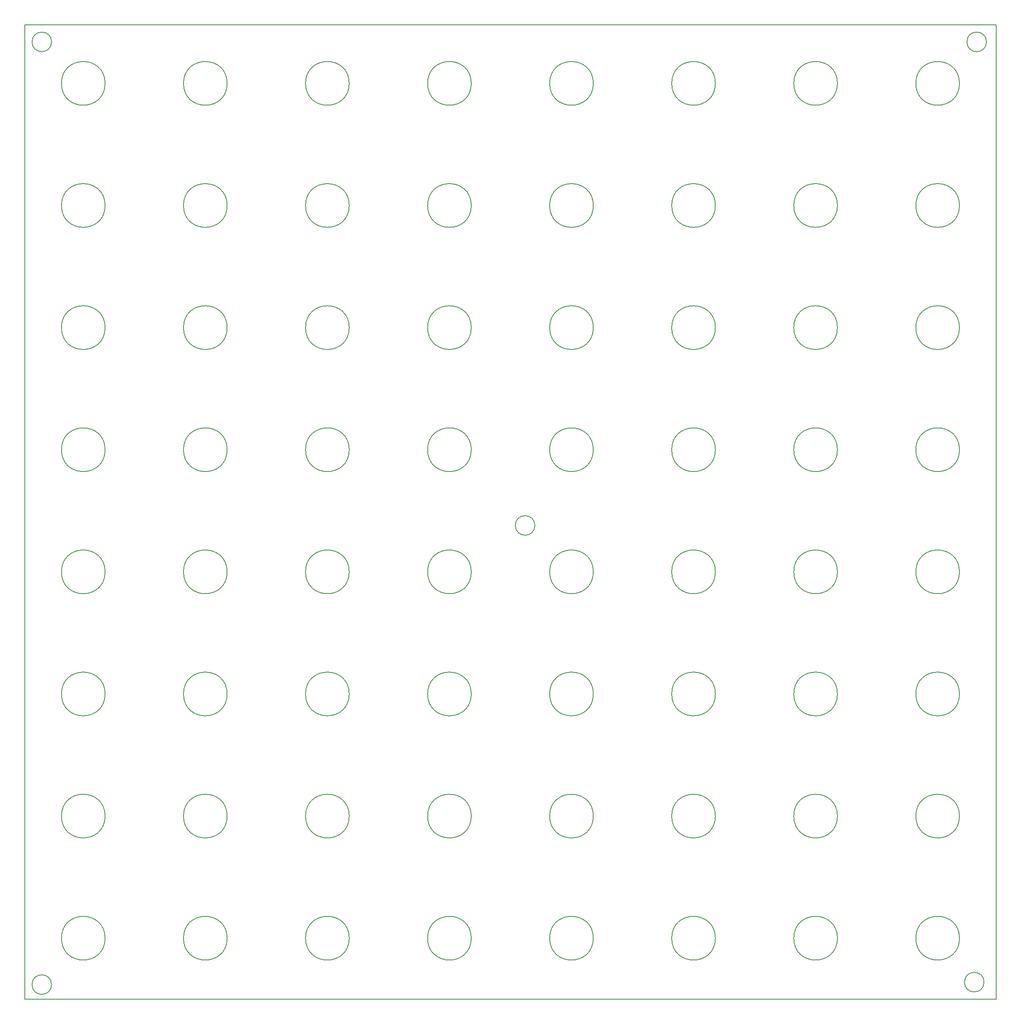
<source format=gbr>
G04 #@! TF.GenerationSoftware,KiCad,Pcbnew,5.0.2-bee76a0~70~ubuntu14.04.1*
G04 #@! TF.CreationDate,2020-01-26T01:40:04+01:00*
G04 #@! TF.ProjectId,wordclock_pcb,776f7264-636c-46f6-936b-5f7063622e6b,rev?*
G04 #@! TF.SameCoordinates,Original*
G04 #@! TF.FileFunction,Profile,NP*
%FSLAX46Y46*%
G04 Gerber Fmt 4.6, Leading zero omitted, Abs format (unit mm)*
G04 Created by KiCad (PCBNEW 5.0.2-bee76a0~70~ubuntu14.04.1) date Sun 26 Jan 2020 01:40:04 AM CET*
%MOMM*%
%LPD*%
G01*
G04 APERTURE LIST*
%ADD10C,0.150000*%
%ADD11C,0.200000*%
G04 APERTURE END LIST*
D10*
X122500000Y-120500000D02*
G75*
G03X122500000Y-120500000I-2000000J0D01*
G01*
X215000000Y-21500000D02*
G75*
G03X215000000Y-21500000I-2000000J0D01*
G01*
X23500000Y-21500000D02*
G75*
G03X23500000Y-21500000I-2000000J0D01*
G01*
X23500000Y-214500000D02*
G75*
G03X23500000Y-214500000I-2000000J0D01*
G01*
D11*
X214500000Y-214000000D02*
G75*
G03X214500000Y-214000000I-2000000J0D01*
G01*
D10*
X18000000Y-217500000D02*
X18000000Y-18000000D01*
X217000000Y-217500000D02*
X18000000Y-217500000D01*
X217000000Y-18000000D02*
X217000000Y-217500000D01*
X18000000Y-18000000D02*
X217000000Y-18000000D01*
X209472136Y-80000000D02*
G75*
G03X209472136Y-80000000I-4472136J0D01*
G01*
X209472136Y-105000000D02*
G75*
G03X209472136Y-105000000I-4472136J0D01*
G01*
X34472136Y-130000000D02*
G75*
G03X34472136Y-130000000I-4472136J0D01*
G01*
X59472136Y-130000000D02*
G75*
G03X59472136Y-130000000I-4472136J0D01*
G01*
X84472136Y-130000000D02*
G75*
G03X84472136Y-130000000I-4472136J0D01*
G01*
X109472136Y-130000000D02*
G75*
G03X109472136Y-130000000I-4472136J0D01*
G01*
X134472136Y-130000000D02*
G75*
G03X134472136Y-130000000I-4472136J0D01*
G01*
X134472136Y-105000000D02*
G75*
G03X134472136Y-105000000I-4472136J0D01*
G01*
X109472136Y-105000000D02*
G75*
G03X109472136Y-105000000I-4472136J0D01*
G01*
X84472136Y-105000000D02*
G75*
G03X84472136Y-105000000I-4472136J0D01*
G01*
X59472136Y-105000000D02*
G75*
G03X59472136Y-105000000I-4472136J0D01*
G01*
X34472136Y-105000000D02*
G75*
G03X34472136Y-105000000I-4472136J0D01*
G01*
X34472136Y-80000000D02*
G75*
G03X34472136Y-80000000I-4472136J0D01*
G01*
X34472136Y-55000000D02*
G75*
G03X34472136Y-55000000I-4472136J0D01*
G01*
X34472136Y-205000000D02*
G75*
G03X34472136Y-205000000I-4472136J0D01*
G01*
X59472136Y-205000000D02*
G75*
G03X59472136Y-205000000I-4472136J0D01*
G01*
X84472136Y-205000000D02*
G75*
G03X84472136Y-205000000I-4472136J0D01*
G01*
X109472136Y-205000000D02*
G75*
G03X109472136Y-205000000I-4472136J0D01*
G01*
X134472136Y-205000000D02*
G75*
G03X134472136Y-205000000I-4472136J0D01*
G01*
X159472136Y-205000000D02*
G75*
G03X159472136Y-205000000I-4472136J0D01*
G01*
X184472136Y-205000000D02*
G75*
G03X184472136Y-205000000I-4472136J0D01*
G01*
X209472136Y-205000000D02*
G75*
G03X209472136Y-205000000I-4472136J0D01*
G01*
X209472136Y-180000000D02*
G75*
G03X209472136Y-180000000I-4472136J0D01*
G01*
X184472136Y-180000000D02*
G75*
G03X184472136Y-180000000I-4472136J0D01*
G01*
X159472136Y-180000000D02*
G75*
G03X159472136Y-180000000I-4472136J0D01*
G01*
X134472136Y-180000000D02*
G75*
G03X134472136Y-180000000I-4472136J0D01*
G01*
X109472136Y-180000000D02*
G75*
G03X109472136Y-180000000I-4472136J0D01*
G01*
X84472136Y-180000000D02*
G75*
G03X84472136Y-180000000I-4472136J0D01*
G01*
X59472136Y-180000000D02*
G75*
G03X59472136Y-180000000I-4472136J0D01*
G01*
X34472136Y-180000000D02*
G75*
G03X34472136Y-180000000I-4472136J0D01*
G01*
X34472136Y-155000000D02*
G75*
G03X34472136Y-155000000I-4472136J0D01*
G01*
X59472136Y-155000000D02*
G75*
G03X59472136Y-155000000I-4472136J0D01*
G01*
X84472136Y-155000000D02*
G75*
G03X84472136Y-155000000I-4472136J0D01*
G01*
X109472136Y-155000000D02*
G75*
G03X109472136Y-155000000I-4472136J0D01*
G01*
X134472136Y-155000000D02*
G75*
G03X134472136Y-155000000I-4472136J0D01*
G01*
X159472136Y-155000000D02*
G75*
G03X159472136Y-155000000I-4472136J0D01*
G01*
X184472136Y-155000000D02*
G75*
G03X184472136Y-155000000I-4472136J0D01*
G01*
X209472136Y-155000000D02*
G75*
G03X209472136Y-155000000I-4472136J0D01*
G01*
X209472136Y-130000000D02*
G75*
G03X209472136Y-130000000I-4472136J0D01*
G01*
X184472136Y-130000000D02*
G75*
G03X184472136Y-130000000I-4472136J0D01*
G01*
X159472136Y-130000000D02*
G75*
G03X159472136Y-130000000I-4472136J0D01*
G01*
X159472136Y-105000000D02*
G75*
G03X159472136Y-105000000I-4472136J0D01*
G01*
X184472136Y-105000000D02*
G75*
G03X184472136Y-105000000I-4472136J0D01*
G01*
X184472136Y-80000000D02*
G75*
G03X184472136Y-80000000I-4472136J0D01*
G01*
X159472136Y-80000000D02*
G75*
G03X159472136Y-80000000I-4472136J0D01*
G01*
X134472136Y-80000000D02*
G75*
G03X134472136Y-80000000I-4472136J0D01*
G01*
X109472136Y-80000000D02*
G75*
G03X109472136Y-80000000I-4472136J0D01*
G01*
X84472136Y-80000000D02*
G75*
G03X84472136Y-80000000I-4472136J0D01*
G01*
X59472136Y-80000000D02*
G75*
G03X59472136Y-80000000I-4472136J0D01*
G01*
X59472136Y-55000000D02*
G75*
G03X59472136Y-55000000I-4472136J0D01*
G01*
X84472136Y-55000000D02*
G75*
G03X84472136Y-55000000I-4472136J0D01*
G01*
X109472136Y-55000000D02*
G75*
G03X109472136Y-55000000I-4472136J0D01*
G01*
X134472136Y-55000000D02*
G75*
G03X134472136Y-55000000I-4472136J0D01*
G01*
X159472136Y-55000000D02*
G75*
G03X159472136Y-55000000I-4472136J0D01*
G01*
X184472136Y-55000000D02*
G75*
G03X184472136Y-55000000I-4472136J0D01*
G01*
X209472136Y-55000000D02*
G75*
G03X209472136Y-55000000I-4472136J0D01*
G01*
X209472136Y-30000000D02*
G75*
G03X209472136Y-30000000I-4472136J0D01*
G01*
X184472136Y-30000000D02*
G75*
G03X184472136Y-30000000I-4472136J0D01*
G01*
X159472136Y-30000000D02*
G75*
G03X159472136Y-30000000I-4472136J0D01*
G01*
X134472136Y-30000000D02*
G75*
G03X134472136Y-30000000I-4472136J0D01*
G01*
X109472136Y-30000000D02*
G75*
G03X109472136Y-30000000I-4472136J0D01*
G01*
X84472136Y-30000000D02*
G75*
G03X84472136Y-30000000I-4472136J0D01*
G01*
X59472136Y-30000000D02*
G75*
G03X59472136Y-30000000I-4472136J0D01*
G01*
X34472136Y-30000000D02*
G75*
G03X34472136Y-30000000I-4472136J0D01*
G01*
M02*

</source>
